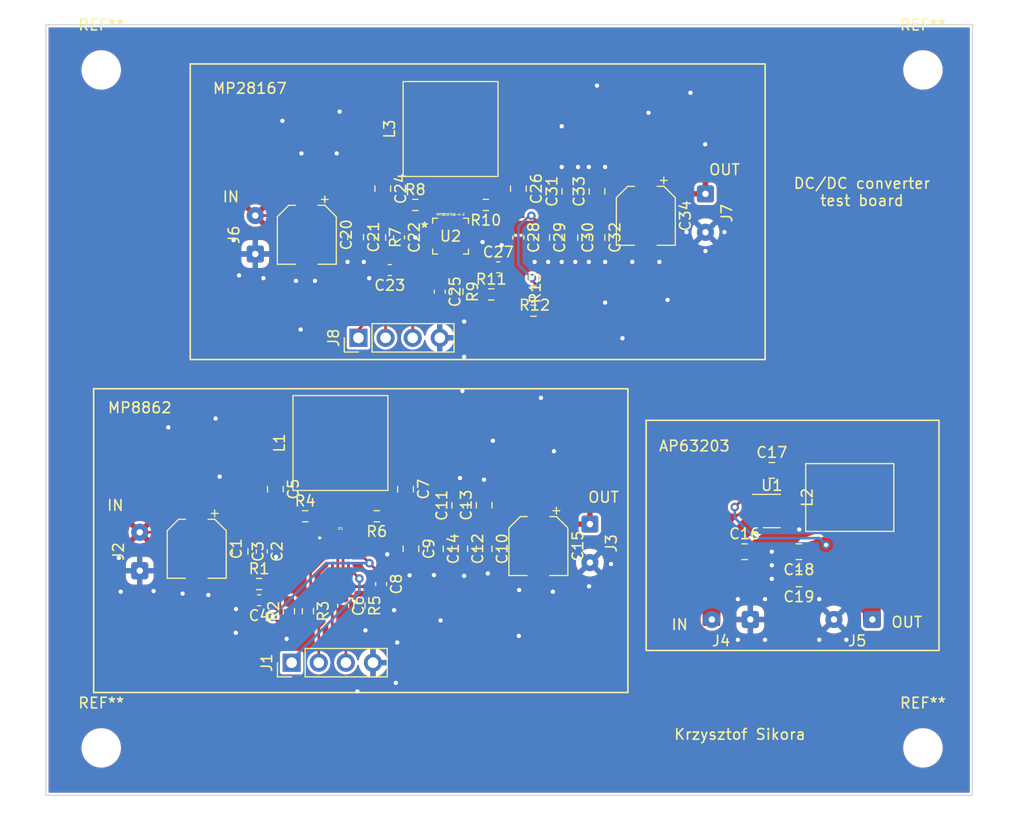
<source format=kicad_pcb>
(kicad_pcb (version 20211014) (generator pcbnew)
  (layers (0 "F.Cu" signal) (31 "B.Cu" signal) (34 "B.Paste" user) (35 "F.Paste" user) (36 "B.SilkS" user "B.Silkscreen") (37 "F.SilkS" user "F.Silkscreen") (38 "B.Mask" user) (39 "F.Mask" user) (44 "Edge.Cuts" user))
  (net 0 "")
  (net 1 "Net-(C1-Pad1)")
  (net 2 "GND")
  (net 3 "Net-(C4-Pad1)")
  (net 4 "Net-(IC1-Pad4)")
  (net 5 "/SCL_8862")
  (net 6 "/SDA_8862")
  (net 7 "Net-(C6-Pad1)")
  (net 8 "/ALT_8862")
  (net 9 "/Vcc_8862")
  (net 10 "Net-(C10-Pad1)")
  (net 11 "Net-(IC1-Pad13)")
  (net 12 "Net-(C7-Pad1)")
  (net 13 "Net-(C5-Pad1)")
  (net 14 "Net-(IC1-Pad16)")
  (net 15 "Net-(C18-Pad1)")
  (net 16 "Net-(C16-Pad1)")
  (net 17 "Net-(C17-Pad2)")
  (net 18 "Net-(C17-Pad1)")
  (net 19 "Net-(C20-Pad1)")
  (net 20 "Net-(C23-Pad1)")
  (net 21 "/ALT_28167")
  (net 22 "/SCL_28167")
  (net 23 "/SDA_28167")
  (net 24 "Net-(C25-Pad1)")
  (net 25 "Net-(R11-Pad1)")
  (net 26 "Net-(C27-Pad1)")
  (net 27 "Net-(C28-Pad1)")
  (net 28 "Net-(R10-Pad2)")
  (net 29 "Net-(C26-Pad1)")
  (net 30 "Net-(C24-Pad1)")
  (net 31 "Net-(R8-Pad2)")
  (net 32 "Net-(C5-Pad2)")
  (net 33 "Net-(C7-Pad2)")
  (net 34 "Net-(C24-Pad2)")
  (net 35 "Net-(C26-Pad2)")
  (net 36 "Net-(R11-Pad2)")
  (footprint "Capacitor_SMD:C_0805_2012Metric_Pad1.18x1.45mm_HandSolder" (layer "F.Cu") (at 117.925 125.135 180)
    (fp_text reference "C18")
    (fp_text value "22u")
  )
  (footprint "Capacitor_SMD:C_0805_2012Metric_Pad1.18x1.45mm_HandSolder" (layer "F.Cu") (at 96.472 91.386 90)
    (fp_text reference "C31")
    (fp_text value "22u")
  )
  (footprint "Capacitor_SMD:CP_Elec_5x5.3" (layer "F.Cu") (at 103.584 93.672 -90)
    (fp_text reference "C34")
    (fp_text value "100u")
  )
  (footprint "Resistor_SMD:R_0603_1608Metric_Pad0.98x0.95mm_HandSolder" (layer "F.Cu") (at 76.76 130.194 -90)
    (fp_text reference "R5")
    (fp_text value "21.5k")
  )
  (footprint "Connector_Wire:SolderWire-0.1sqmm_1x02_P3.6mm_D0.4mm_OD1mm" (layer "F.Cu") (at 124.805 131.485 180)
    (fp_text reference "J5")
    (fp_text value "Conn_01x02_Female")
  )
  (footprint "Capacitor_SMD:C_0805_2012Metric_Pad1.18x1.45mm_HandSolder" (layer "F.Cu") (at 88.444 120.7745 90)
    (fp_text reference "C13")
    (fp_text value "22u")
  )
  (footprint "Capacitor_SMD:C_0805_2012Metric_Pad1.18x1.45mm_HandSolder" (layer "F.Cu") (at 93.832 95.704 -90)
    (fp_text reference "C29")
    (fp_text value "22u")
  )
  (footprint "Connector_Wire:SolderWire-0.1sqmm_1x02_P3.6mm_D0.4mm_OD1mm" (layer "F.Cu") (at 98.35 122.552 -90)
    (fp_text reference "J3")
    (fp_text value "Conn_01x02_Female")
  )
  (footprint "Resistor_SMD:R_0603_1608Metric_Pad0.98x0.95mm_HandSolder" (layer "F.Cu") (at 93.0665 102.562)
    (fp_text reference "R13")
    (fp_text value "53.6k")
  )
  (footprint "Capacitor_SMD:C_0805_2012Metric_Pad1.18x1.45mm_HandSolder" (layer "F.Cu") (at 115.385 117.515)
    (fp_text reference "C17")
    (fp_text value "100n")
  )
  (footprint "Capacitor_SMD:C_0603_1608Metric_Pad1.08x0.95mm_HandSolder" (layer "F.Cu") (at 67.362 129.686 180)
    (fp_text reference "C4")
    (fp_text value "22n")
  )
  (footprint "MountingHole:MountingHole_3.2mm_M3" (layer "F.Cu") (at 129.54 143.51)
    (fp_text reference "REF**")
    (fp_text value "MountingHole_3.2mm_M3")
  )
  (footprint "Connector_PinHeader_2.54mm:PinHeader_1x04_P2.54mm_Vertical" (layer "F.Cu") (at 70.41 135.528 90)
    (fp_text reference "J1")
    (fp_text value "Conn_01x04_Male")
  )
  (footprint "Connector_Wire:SolderWire-0.1sqmm_1x02_P3.6mm_D0.4mm_OD1mm" (layer "F.Cu") (at 67.008 97.25 90)
    (fp_text reference "J6")
    (fp_text value "Conn_01x02_Female")
  )
  (footprint "Resistor_SMD:R_0603_1608Metric_Pad0.98x0.95mm_HandSolder" (layer "F.Cu") (at 78.3875 121.812 180)
    (fp_text reference "R6")
    (fp_text value "0")
  )
  (footprint "Capacitor_SMD:C_0805_2012Metric_Pad1.18x1.45mm_HandSolder" (layer "F.Cu") (at 78.946 91.132 -90)
    (fp_text reference "C24")
    (fp_text value "100n")
  )
  (footprint "Connector_Wire:SolderWire-0.1sqmm_1x02_P3.6mm_D0.4mm_OD1mm" (layer "F.Cu") (at 109.172 91.618 -90)
    (fp_text reference "J7")
    (fp_text value "Conn_01x02_Female")
  )
  (footprint "Capacitor_SMD:C_0603_1608Metric_Pad1.08x0.95mm_HandSolder" (layer "F.Cu") (at 75.236 130.194 -90)
    (fp_text reference "C6")
    (fp_text value "22n")
  )
  (footprint "Capacitor_SMD:C_0603_1608Metric_Pad1.08x0.95mm_HandSolder" (layer "F.Cu") (at 67.616 125.114 -90)
    (fp_text reference "C2")
    (fp_text value "22u")
  )
  (footprint "Capacitor_SMD:C_0603_1608Metric_Pad1.08x0.95mm_HandSolder" (layer "F.Cu") (at 89.7675 98.498)
    (fp_text reference "C27")
    (fp_text value "1u")
  )
  (footprint "Capacitor_SMD:C_0805_2012Metric_Pad1.18x1.45mm_HandSolder" (layer "F.Cu") (at 68.886 119.272 -90)
    (fp_text reference "C5")
    (fp_text value "100n")
  )
  (footprint "Resistor_SMD:R_0603_1608Metric_Pad0.98x0.95mm_HandSolder" (layer "F.Cu") (at 81.994 92.656)
    (fp_text reference "R8")
    (fp_text value "0")
  )
  (footprint "footprints:EXL1V0705 inductor" (layer "F.Cu") (at 71.172 114.954 90)
    (fp_text reference "L1")
    (fp_text value "4.7u")
  )
  (footprint "Capacitor_SMD:C_0805_2012Metric_Pad1.18x1.45mm_HandSolder" (layer "F.Cu") (at 112.845 125.135)
    (fp_text reference "C16")
    (fp_text value "10u")
  )
  (footprint "MountingHole:MountingHole_3.2mm_M3" (layer "F.Cu") (at 129.54 80.01)
    (fp_text reference "REF**")
    (fp_text value "MountingHole_3.2mm_M3")
  )
  (footprint "Resistor_SMD:R_0603_1608Metric_Pad0.98x0.95mm_HandSolder" (layer "F.Cu") (at 67.362 128.162)
    (fp_text reference "R1")
    (fp_text value "499k")
  )
  (footprint "Capacitor_SMD:C_0603_1608Metric_Pad1.08x0.95mm_HandSolder" (layer "F.Cu") (at 91.646 95.704 -90)
    (fp_text reference "C28")
    (fp_text value "100n")
  )
  (footprint "Capacitor_SMD:CP_Elec_5x5.3" (layer "F.Cu") (at 61.52 124.86 -90)
    (fp_text reference "C1")
    (fp_text value "100u")
  )
  (footprint "Connector_PinHeader_2.54mm:PinHeader_1x04_P2.54mm_Vertical" (layer "F.Cu") (at 76.67 105.102 90)
    (fp_text reference "J8")
    (fp_text value "Conn_01x04_Male")
  )
  (footprint "Capacitor_SMD:C_0805_2012Metric_Pad1.18x1.45mm_HandSolder" (layer "F.Cu") (at 65.584 125.114 -90)
    (fp_text reference "C3")
    (fp_text value "100n")
  )
  (footprint "MountingHole:MountingHole_3.2mm_M3" (layer "F.Cu") (at 52.578 143.51)
    (fp_text reference "REF**")
    (fp_text value "MountingHole_3.2mm_M3")
  )
  (footprint "Capacitor_SMD:C_0603_1608Metric_Pad1.08x0.95mm_HandSolder" (layer "F.Cu") (at 80.47 95.704 -90)
    (fp_text reference "C22")
    (fp_text value "100n")
  )
  (footprint "Capacitor_SMD:C_0805_2012Metric_Pad1.18x1.45mm_HandSolder" (layer "F.Cu") (at 76.406 95.6595 -90)
    (fp_text reference "C21")
    (fp_text value "22u")
  )
  (footprint "footprints:MP28167GQ-A-Z" (layer "F.Cu") (at 85.296 95.577)
    (fp_text reference "U2")
    (fp_text value "MP28167GQ-A-Z")
  )
  (footprint "Capacitor_SMD:C_0805_2012Metric_Pad1.18x1.45mm_HandSolder" (layer "F.Cu") (at 99.012 95.704 -90)
    (fp_text reference "C32")
    (fp_text value "22u")
  )
  (footprint "Connector_Wire:SolderWire-0.1sqmm_1x02_P3.6mm_D0.4mm_OD1mm" (layer "F.Cu") (at 56.186 126.914 90)
    (fp_text reference "J2")
    (fp_text value "Conn_01x02_Female")
  )
  (footprint "Capacitor_SMD:C_0805_2012Metric_Pad1.18x1.45mm_HandSolder" (layer "F.Cu") (at 81.586 124.86 -90)
    (fp_text reference "C9")
    (fp_text value "100n")
  )
  (footprint "Capacitor_SMD:C_0805_2012Metric_Pad1.18x1.45mm_HandSolder" (layer "F.Cu") (at 81.078 119.272 -90)
    (fp_text reference "C7")
    (fp_text value "100n")
  )
  (footprint "Capacitor_SMD:C_0805_2012Metric_Pad1.18x1.45mm_HandSolder" (layer "F.Cu") (at 86.158 124.86 -90)
    (fp_text reference "C12")
    (fp_text value "22u")
  )
  (footprint "MountingHole:MountingHole_3.2mm_M3" (layer "F.Cu") (at 52.578 80.01)
    (fp_text reference "REF**")
    (fp_text value "MountingHole_3.2mm_M3")
  )
  (footprint "Capacitor_SMD:CP_Elec_5x5.3" (layer "F.Cu") (at 71.834 95.45 -90)
    (fp_text reference "C20")
    (fp_text value "100u")
  )
  (footprint "Capacitor_SMD:C_0603_1608Metric_Pad1.08x0.95mm_HandSolder" (layer "F.Cu") (at 84.28 100.784 -90)
    (fp_text reference "C25")
    (fp_text value "22n")
  )
  (footprint "Resistor_SMD:R_0603_1608Metric_Pad0.98x0.95mm_HandSolder" (layer "F.Cu") (at 71.934 130.702 -90)
    (fp_text reference "R3")
    (fp_text value "301k")
  )
  (footprint "Capacitor_SMD:C_0805_2012Metric_Pad1.18x1.45mm_HandSolder" (layer "F.Cu") (at 88.444 124.86 -90)
    (fp_text reference "C10")
    (fp_text value "22u")
  )
  (footprint "Resistor_SMD:R_0603_1608Metric_Pad0.98x0.95mm_HandSolder" (layer "F.Cu") (at 93.0665 100.784 180)
    (fp_text reference "R12")
    (fp_text value "430k")
  )
  (footprint "Capacitor_SMD:C_0603_1608Metric_Pad1.08x0.95mm_HandSolder" (layer "F.Cu") (at 78.792 128.162 -90)
    (fp_text reference "C8")
    (fp_text value "1u")
  )
  (footprint "Capacitor_SMD:C_0805_2012Metric_Pad1.18x1.45mm_HandSolder" (layer "F.Cu") (at 99.012 91.386 90)
    (fp_text reference "C33")
    (fp_text value "22u")
  )
  (footprint "Resistor_SMD:R_0603_1608Metric_Pad0.98x0.95mm_HandSolder" (layer "F.Cu") (at 78.692 95.704 -90)
    (fp_text reference "R7")
    (fp_text value "499k")
  )
  (footprint "Capacitor_SMD:CP_Elec_5x5.3" (layer "F.Cu") (at 93.524 124.606 -90)
    (fp_text reference "C15")
    (fp_text value "100u")
  )
  (footprint "MP8862GQ:MP8862GQ" (layer "F.Cu") (at 74.982 124.987)
    (fp_text reference "IC1")
    (fp_text value "MP8862GQ-0000-Z" hide)
  )
  (footprint "Resistor_SMD:R_0603_1608Metric_Pad0.98x0.95mm_HandSolder" (layer "F.Cu") (at 70.156 130.702 90)
    (fp_text reference "R2")
    (fp_text value "499k")
  )
  (footprint "Resistor_SMD:R_0603_1608Metric_Pad0.98x0.95mm_HandSolder" (layer "F.Cu") (at 85.931 100.784 -90)
    (fp_text reference "R9")
    (fp_text value "21.5k")
  )
  (footprint "Capacitor_SMD:C_0805_2012Metric_Pad1.18x1.45mm_HandSolder" (layer "F.Cu") (at 91.646 91.132 -90)
    (fp_text reference "C26")
    (fp_text value "100n")
  )
  (footprint "Connector_Wire:SolderWire-0.1sqmm_1x02_P3.6mm_D0.4mm_OD1mm" (layer "F.Cu") (at 113.375 131.485 180)
    (fp_text reference "J4")
    (fp_text value "Conn_01x02_Female")
  )
  (footprint "Capacitor_SMD:C_0805_2012Metric_Pad1.18x1.45mm_HandSolder" (layer "F.Cu") (at 83.872 124.86 -90)
    (fp_text reference "C14")
    (fp_text value "22u")
  )
  (footprint "Capacitor_SMD:C_0805_2012Metric_Pad1.18x1.45mm_HandSolder" (layer "F.Cu") (at 86.158 120.796 90)
    (fp_text reference "C11")
    (fp_text value "22u")
  )
  (footprint "footprints:EXL1V0705 inductor" (layer "F.Cu") (at 81.486 85.544 90)
    (fp_text reference "L3")
    (fp_text value "4.7u")
  )
  (footprint "Capacitor_SMD:C_0805_2012Metric_Pad1.18x1.45mm_HandSolder" (layer "F.Cu") (at 96.472 95.704 -90)
    (fp_text reference "C30")
    (fp_text value "22u")
  )
  (footprint "Capacitor_SMD:C_0805_2012Metric_Pad1.18x1.45mm_HandSolder" (layer "F.Cu") (at 117.925 127.675 180)
    (fp_text reference "C19")
    (fp_text value "22u")
  )
  (footprint "Package_TO_SOT_SMD:TSOT-23-6" (layer "F.Cu") (at 115.385 121.325)
    (fp_text reference "U1")
    (fp_text value "AP63203WU")
  )
  (footprint "Capacitor_SMD:C_0603_1608Metric_Pad1.08x0.95mm_HandSolder" (layer "F.Cu") (at 79.6075 98.752 180)
    (fp_text reference "C23")
    (fp_text value "22n")
  )
  (footprint "Resistor_SMD:R_0603_1608Metric_Pad0.98x0.95mm_HandSolder" (layer "F.Cu") (at 89.106 101.038)
    (fp_text reference "R11")
    (fp_text value "787k")
  )
  (footprint "Resistor_SMD:R_0603_1608Metric_Pad0.98x0.95mm_HandSolder" (layer "F.Cu") (at 88.598 92.656 180)
    (fp_text reference "R10")
    (fp_text value "0")
  )
  (footprint "Resistor_SMD:R_0603_1608Metric_Pad0.98x0.95mm_HandSolder" (layer "F.Cu") (at 71.68 121.812)
    (fp_text reference "R4")
    (fp_text value "0")
  )
  (footprint "footprints:SDES064T-4R7MS inductor" (layer "F.Cu") (at 119.195 120.055 90)
    (fp_text reference "L2")
    (fp_text value "4.7u")
  )
  (gr_rect (start 51.868 109.874) (end 101.906 138.322) (layer "F.SilkS") (width 0.15) (fill none))
  (gr_rect (start 103.615 112.825) (end 131.045 134.385) (layer "F.SilkS") (width 0.15) (fill none))
  (gr_rect (start 60.912 79.448) (end 114.76 107.134) (layer "F.SilkS") (width 0.15) (fill none))
  (gr_rect (start 47.39 75.775) (end 134.175 147.955) (layer "Edge.Cuts") (width 0.1) (fill none))
  (gr_text "MP8862" (at 56.186 111.652) (layer "F.SilkS") (effects (font (size 1 1))))
  (gr_text "DC/DC converter\ntest board" (at 123.825 91.44) (layer "F.SilkS") (effects (font (size 1 1))))
  (gr_text "MP28167" (at 66.5 81.734) (layer "F.SilkS") (effects (font (size 1 1))))
  (gr_text "OUT\n" (at 128.025 131.735) (layer "F.SilkS") (effects (font (size 1 1))))
  (gr_text "IN\n" (at 106.755 131.965) (layer "F.SilkS") (effects (font (size 1 1))))
  (gr_text "OUT" (at 110.95 89.354) (layer "F.SilkS") (effects (font (size 1 1))))
  (gr_text "IN\n" (at 53.9 120.796) (layer "F.SilkS") (effects (font (size 1 1))))
  (gr_text "OUT" (at 99.62 120.034) (layer "F.SilkS") (effects (font (size 1 1))))
  (gr_text "Krzysztof Sikora\n" (at 112.395 142.24) (layer "F.SilkS") (effects (font (size 1 1))))
  (gr_text "IN\n" (at 64.722 91.894) (layer "F.SilkS") (effects (font (size 1 1))))
  (gr_text "AP63203" (at 108.135 115.235) (layer "F.SilkS") (effects (font (size 1 1))))
  (segment (start 61.52 122.66) (end 62.919 122.66) (width 0.25) (layer "F.Cu") (net 1))
  (segment (start 62.919 122.66) (end 64.3355 124.0765) (width 0.25) (layer "F.Cu") (net 1))
  (segment (start 63.552 124.86) (end 64.3355 124.0765) (width 0.25) (layer "F.Cu") (net 1))
  (segment (start 73.582 124.237) (end 67.6305 124.237) (width 0.25) (layer "F.Cu") (net 1))
  (segment (start 60.866 123.314) (end 56.186 123.314) (width 0.25) (layer "F.Cu") (net 1))
  (segment (start 66.4495 128.162) (end 64.822 128.162) (width 0.25) (layer "F.Cu") (net 1))
  (segment (start 63.552 126.892) (end 63.552 124.86) (width 0.25) (layer "F.Cu") (net 1))
  (segment (start 67.6305 124.237) (end 67.616 124.2515) (width 0.25) (layer "F.Cu") (net 1))
  (segment (start 65.584 124.0765) (end 67.441 124.0765) (width 0.25) (layer "F.Cu") (net 1))
  (segment (start 61.52 122.66) (end 60.866 123.314) (width 0.25) (layer "F.Cu") (net 1))
  (segment (start 64.3355 124.0765) (end 65.584 124.0765) (width 0.25) (layer "F.Cu") (net 1))
  (segment (start 64.822 128.162) (end 63.552 126.892) (width 0.25) (layer "F.Cu") (net 1))
  (segment (start 67.441 124.0765) (end 67.616 124.2515) (width 0.25) (layer "F.Cu") (net 1))
  (via (at 100.32 126.29) (size 0.8) (drill 0.4) (layers "F.Cu" "B.Cu") (net 2))
  (via (at 64.976 95.958) (size 0.8) (drill 0.4) (layers "F.Cu" "B.Cu") (net 2))
  (via (at 65.484 99.26) (size 0.8) (drill 0.4) (layers "F.Cu" "B.Cu") (net 2))
  (via (at 109.172 96.974) (size 0.8) (drill 0.4) (layers "F.Cu" "B.Cu") (net 2))
  (via (at 103.838 84.02) (size 0.8) (drill 0.4) (layers "F.Cu" "B.Cu") (net 2))
  (via (at 57.48 128.82) (size 0.8) (drill 0.4) (layers "F.Cu" "B.Cu") (net 2))
  (via (at 96.98 97.99) (size 0.8) (drill 0.4) (layers "F.Cu" "B.Cu") (net 2))
  (via (at 60.2 129.06) (size 0.8) (drill 0.4) (layers "F.Cu" "B.Cu") (net 2))
  (via (at 97.234 89.1) (size 0.8) (drill 0.4) (layers "F.Cu" "B.Cu") (net 2))
  (via (at 95.71 89.1) (size 0.8) (drill 0.4) (layers "F.Cu" "B.Cu") (net 2))
  (via (at 94.98 115.72) (size 0.8) (drill 0.4) (layers "F.Cu" "B.Cu") (net 2))
  (via (at 81.46 127.35) (size 0.8) (drill 0.4) (layers "F.Cu" "B.Cu") (net 2))
  (via (at 58.86 113.49) (size 0.8) (drill 0.4) (layers "F.Cu" "B.Cu") (net 2))
  (via (at 72.596 99.768) (size 0.8) (drill 0.4) (layers "F.Cu" "B.Cu") (net 2))
  (via (at 99.012 81.48) (size 0.8) (drill 0.4) (layers "F.Cu" "B.Cu") (net 2))
  (via (at 110.95 95.196) (size 0.8) (drill 0.4) (layers "F.Cu" "B.Cu") (net 2))
  (via (at 71.256 104.322) (size 0.8) (drill 0.4) (layers "F.Cu" "B.Cu") (net 2))
  (via (at 54.4 128.88) (size 0.8) (drill 0.4) (layers "F.Cu" "B.Cu") (net 2))
  (via (at 68.96 125.61) (size 0.8) (drill 0.4) (layers "F.Cu" "B.Cu") (net 2))
  (via (at 101.396 105.142) (size 0.8) (drill 0.4) (layers "F.Cu" "B.Cu") (net 2))
  (via (at 104.854 97.99) (size 0.8) (drill 0.4) (layers "F.Cu" "B.Cu") (net 2))
  (via (at 98.25 97.99) (size 0.8) (drill 0.4) (layers "F.Cu" "B.Cu") (net 2))
  (via (at 91.72 128.72) (size 0.8) (drill 0.4) (layers "F.Cu" "B.Cu") (net 2))
  (via (at 95.71 85.29) (size 0.8) (drill 0.4) (layers "F.Cu" "B.Cu") (net 2))
  (via (at 105.616 101.546) (size 0.8) (drill 0.4) (layers "F.Cu" "B.Cu") (net 2))
  (via (at 83.74 127.32) (size 0.8) (drill 0.4) (layers "F.Cu" "B.Cu") (net 2))
  (via (at 70.818 99.768) (size 0.8) (drill 0.4) (layers "F.Cu" "B.Cu") (net 2))
  (via (at 76.57 138.22) (size 0.8) (drill 0.4) (layers "F.Cu" "B.Cu") (net 2))
  (via (at 99.774 101.8) (size 0.8) (drill 0.4) (layers "F.Cu" "B.Cu") (net 2))
  (via (at 119.83 129.58) (size 0.8) (drill 0.4) (layers "F.Cu" "B.Cu") (net 2))
  (via (at 77.32 132.5) (size 0.8) (drill 0.4) (layers "F.Cu" "B.Cu") (net 2))
  (via (at 115.385 127.675) (size 0.8) (drill 0.4) (layers "F.Cu" "B.Cu") (net 2))
  (via (at 107.766 82.152) (size 0.8) (drill 0.4) (layers "F.Cu" "B.Cu") (net 2))
  (via (at 107.394 95.196) (size 0.8) (drill 0.4) (layers "F.Cu" "B.Cu") (net 2))
  (via (at 93.76 110.72) (size 0.8) (drill 0.4) (layers "F.Cu" "B.Cu") (net 2))
  (via (at 63.29 112.66) (size 0.8) (drill 0.4) (layers "F.Cu" "B.Cu") (net 2))
  (via (at 77.168 97.99) (size 0.8) (drill 0.4) (layers "F.Cu" "B.Cu") (net 2))
  (via (at 114.75 129.58) (size 0.8) (drill 0.4) (layers "F.Cu" "B.Cu") (net 2))
  (via (at 69.548 84.782) (size 0.8) (drill 0.4) (layers "F.Cu" "B.Cu") (net 2))
  (via (at 86.566 106.88) (size 0.8) (drill 0.4) (layers "F.Cu" "B.Cu") (net 2))
  (via (at 86.566 103.578) (size 0.8) (drill 0.4) (layers "F.Cu" "B.Cu") (net 2))
  (via (at 75.644 97.99) (size 0.8) (drill 0.4) (layers "F.Cu" "B.Cu") (net 2))
  (via (at 69.94 133.3) (size 0.8) (drill 0.4) (layers "F.Cu" "B.Cu") (net 2))
  (via (at 109.146 86.972) (size 0.8) (drill 0.4) (layers "F.Cu" "B.Cu") (net 2))
  (via (at 79.37 125.38) (size 0.8) (drill 0.4) (layers "F.Cu" "B.Cu") (net 2))
  (via (at 67.77 99.514) (size 0.8) (drill 0.4) (layers "F.Cu" "B.Cu") (net 2))
  (via (at 65.18 132.73) (size 0.8) (drill 0.4) (layers "F.Cu" "B.Cu") (net 2))
  (via (at 99.774 97.99) (size 0.8) (drill 0.4) (layers "F.Cu" "B.Cu") (net 2))
  (via (at 63.67 118.1) (size 0.8) (drill 0.4) (layers "F.Cu" "B.Cu") (net 2))
  (via (at 74.9074 83.9184) (size 0.8) (drill 0.4) (layers "F.Cu" "B.Cu") (net 2))
  (via (at 80.01 130.61) (size 0.8) (drill 0.4) (layers "F.Cu" "B.Cu") (net 2))
  (via (at 71.326 87.83) (size 0.8) (drill 0.4) (layers "F.Cu" "B.Cu") (net 2))
  (via (at 90.086 96.422) (size 0.8) (drill 0.4) (layers "F.Cu" "B.Cu") (net 2))
  (via (at 93.17 97.99) (size 0.8) (drill 0.4) (layers "F.Cu" "B.Cu") (net 2))
  (via (at 95.71 97.99) (size 0.8) (drill 0.4) (layers "F.Cu" "B.Cu") (net 2))
  (via (at 86.57 127.4) (size 0.8) (drill 0.4) (layers "F.Cu" "B.Cu") (net 2))
  (via (at 112.21 133.39) (size 0.8) (drill 0.4) (layers "F.Cu" "B.Cu") (net 2))
  (via (at 112.21 129.58) (size 0.8) (drill 0.4) (layers "F.Cu" "B.Cu") (net 2))
  (via (at 88.296 96.132) (size 0.8) (drill 0.4) (layers "F.Cu" "B.Cu") (net 2))
  (via (at 114.75 133.39) (size 0.8) (drill 0.4) (layers "F.Cu" "B.Cu") (net 2))
  (via (at 91.69 133.02) (size 0.8) (drill 0.4) (layers "F.Cu" "B.Cu") (net 2))
  (via (at 86.41 110.08) (size 0.8) (drill 0.4) (layers "F.Cu" "B.Cu") (net 2))
  (via (at 122.37 133.39) (size 0.8) (drill 0.4) (layers "F.Cu" "B.Cu") (net 2))
  (via (at 84.36 131.57) (size 0.8) (drill 0.4) (layers "F.Cu" "B.Cu") (net 2))
  (via (at 94.88 128.88) (size 0.8) (drill 0.4) (layers "F.Cu" "B.Cu") (net 2))
  (via (at 77.676 99.514) (size 0.8) (drill 0.4) (layers "F.Cu" "B.Cu") (net 2))
  (via (at 99.774 89.1) (size 0.8) (drill 0.4) (layers "F.Cu" "B.Cu") (net 2))
  (via (at 117.955 123.055) (size 0.8) (drill 0.4) (layers "F.Cu" "B.Cu") (net 2))
  (via (at 115.385 126.405) (size 0.8) (drill 0.4) (layers "F.Cu" "B.Cu") (net 2))
  (via (at 74.628 87.83) (size 0.8) (drill 0.4) (layers "F.Cu" "B.Cu") (net 2))
  (via (at 98.27 128.38) (size 0.8) (drill 0.4) (layers "F.Cu" "B.Cu") (net 2))
  (via (at 102.314 97.99) (size 0.8) (drill 0.4) (layers "F.Cu" "B.Cu") (net 2))
  (via (at 88.79 127.17) (size 0.8) (drill 0.4) (layers "F.Cu" "B.Cu") (net 2))
  (via (at 80.17 137.42) (size 0.8) (drill 0.4) (layers "F.Cu" "B.Cu") (net 2))
  (via (at 115.385 125.135) (size 0.8) (drill 0.4) (layers "F.Cu" "B.Cu") (net 2))
  (via (at 81.994 95.704) (size 0.8) (drill 0.4) (layers "F.Cu" "B.Cu") (net 2))
  (via (at 54.22 125.72) (size 0.8) (drill 0.4) (layers "F.Cu" "B.Cu") (net 2))
  (via (at 89.26 114.74) (size 0.8) (drill 0.4) (layers "F.Cu" "B.Cu") (net 2))
  (via (at 94.44 97.99) (size 0.8) (drill 0.4) (layers "F.Cu" "B.Cu") (net 2))
  (via (at 88.43 118.39) (size 0.8) (drill 0.4) (layers "F.Cu" "B.Cu") (net 2))
  (via (at 86.18 118.23) (size 0.8) (drill 0.4) (layers "F.Cu" "B.Cu") (net 2))
  (via (at 80.3 133.64) (size 0.8) (drill 0.4) (layers "F.Cu" "B.Cu") (net 2))
  (via (at 98.25 89.1) (size 0.8) (drill 0.4) (layers "F.Cu" "B.Cu") (net 2))
  (via (at 62.61 129.19) (size 0.8) (drill 0.4) (layers "F.Cu" "B.Cu") (net 2))
  (via (at 65.2 130.51) (size 0.8) (drill 0.4) (layers "F.Cu" "B.Cu") (net 2))
  (via (at 119.83 133.39) (size 0.8) (drill 0.4) (layers "F.Cu" "B.Cu") (net 2))
  (segment (start 68.2745 129.636) (end 68.2245 129.686) (width 0.25) (layer "F.Cu") (net 3))
  (segment (start 68.2745 128.162) (end 71.1995 125.237) (width 0.25) (layer "F.Cu") (net 3))
  (segment (start 68.2745 128.162) (end 68.2745 129.636) (width 0.25) (layer "F.Cu") (net 3))
  (segment (start 71.1995 125.237) (end 73.532 125.237) (width 0.25) (layer "F.Cu") (net 3))
  (segment (start 72.188 129.5355) (end 71.934 129.7895) (width 0.25) (layer "F.Cu") (net 4))
  (segment (start 71.934 129.7895) (end 70.156 129.7895) (width 0.25) (layer "F.Cu") (net 4))
  (segment (start 73.532 125.737) (end 72.188 127.081) (width 0.25) (layer "F.Cu") (net 4))
  (segment (start 72.188 127.081) (end 72.188 129.5355) (width 0.25) (layer "F.Cu") (net 4))
  (segment (start 74.232 126.437) (end 74.232 126.626) (width 0.25) (layer "F.Cu") (net 5))
  (segment (start 74.232 126.626) (end 73.458 127.4) (width 0.25) (layer "F.Cu") (net 5))
  (segment (start 72.95 132.226) (end 72.95 135.528) (width 0.25) (layer "F.Cu") (net 5))
  (segment (start 73.458 131.718) (end 72.95 132.226) (width 0.25) (layer "F.Cu") (net 5))
  (segment (start 73.458 127.4) (end 73.458 131.718) (width 0.25) (layer "F.Cu") (net 5))
  (segment (start 74.732 127.396) (end 74.22 127.908) (width 0.25) (layer "F.Cu") (net 6))
  (segment (start 74.22 132.988) (end 75.49 134.258) (width 0.25) (layer "F.Cu") (net 6))
  (segment (start 74.22 127.908) (end 74.22 132.988) (width 0.25) (layer "F.Cu") (net 6))
  (segment (start 74.732 126.187) (end 74.732 127.396) (width 0.25) (layer "F.Cu") (net 6))
  (segment (start 75.49 134.258) (end 75.49 135.528) (width 0.25) (layer "F.Cu") (net 6))
  (segment (start 75.232 129.3275) (end 75.236 129.3315) (width 0.25) (layer "F.Cu") (net 7))
  (segment (start 75.286 129.2815) (end 75.236 129.3315) (width 0.25) (layer "F.Cu") (net 7))
  (segment (start 76.76 129.2815) (end 75.286 129.2815) (width 0.25) (layer "F.Cu") (net 7))
  (segment (start 75.232 126.187) (end 75.232 129.3275) (width 0.25) (layer "F.Cu") (net 7))
  (segment (start 76.76 127.654) (end 75.732 126.626) (width 0.25) (layer "F.Cu") (net 8))
  (segment (start 75.732 126.626) (end 75.732 126.437) (width 0.25) (layer "F.Cu") (net 8))
  (via (at 76.76 127.654) (size 0.8) (drill 0.4) (layers "F.Cu" "B.Cu") (net 8))
  (segment (start 76.76 127.654) (end 76.76 128.924) (width 0.25) (layer "B.Cu") (net 8))
  (segment (start 70.41 135.274) (end 70.41 135.528) (width 0.25) (layer "B.Cu") (net 8))
  (segment (start 76.76 128.924) (end 70.41 135.274) (width 0.25) (layer "B.Cu") (net 8))
  (segment (start 77.2295 125.737) (end 77.69925 126.20675) (width 0.25) (layer "F.Cu") (net 9))
  (segment (start 76.432 125.737) (end 77.2295 125.737) (width 0.25) (layer "F.Cu") (net 9))
  (segment (start 69.0365 131.6145) (end 70.156 131.6145) (width 0.25) (layer "F.Cu") (net 9))
  (segment (start 68.632 131.21) (end 69.0365 131.6145) (width 0.25) (layer "F.Cu") (net 9))
  (segment (start 77.69925 126.20675) (end 78.792 127.2995) (width 0.25) (layer "F.Cu") (net 9))
  (via (at 77.69925 126.20675) (size 0.8) (drill 0.4) (layers "F.Cu" "B.Cu") (net 9))
  (via (at 68.632 131.21) (size 0.8) (drill 0.4) (layers "F.Cu" "B.Cu") (net 9))
  (segment (start 68.632 131.21) (end 73.63525 126.20675) (width 0.25) (layer "B.Cu") (net 9))
  (segment (start 73.63525 126.20675) (end 77.69925 126.20675) (width 0.25) (layer "B.Cu") (net 9))
  (segment (start 81.1715 124.237) (end 81.586 123.8225) (width 0.25) (layer "F.Cu") (net 10))
  (segment (start 88.444 121.812) (end 88.444 123.8225) (width 0.25) (layer "F.Cu") (net 10))
  (segment (start 88.4225 121.8335) (end 88.444 121.812) (width 0.25) (layer "F.Cu") (net 10))
  (segment (start 76.432 124.237) (end 81.1715 124.237) (width 0.25) (layer "F.Cu") (net 10))
  (segment (start 88.444 121.812) (end 92.93 121.812) (width 0.25) (layer "F.Cu") (net 10))
  (segment (start 86.158 123.8225) (end 83.0885 123.8225) (width 0.25) (layer "F.Cu") (net 10))
  (segment (start 86.158 121.8335) (end 86.158 123.8225) (width 0.25) (layer "F.Cu") (net 10))
  (segment (start 93.524 122.406) (end 93.67 122.552) (width 0.25) (layer "F.Cu") (net 10))
  (segment (start 93.67 122.552) (end 98.35 122.552) (width 0.25) (layer "F.Cu") (net 10))
  (segment (start 81.586 123.8225) (end 83.0885 123.8225) (width 0.25) (layer "F.Cu") (net 10))
  (segment (start 92.93 121.812) (end 93.524 122.406) (width 0.25) (layer "F.Cu") (net 10))
  (segment (start 83.0885 123.8225) (end 83.872 123.8225) (width 0.25) (layer "F.Cu") (net 10))
  (segment (start 86.158 123.8225) (end 88.444 123.8225) (width 0.25) (layer "F.Cu") (net 10))
  (segment (start 86.158 121.8335) (end 88.4225 121.8335) (width 0.25) (layer "F.Cu") (net 10))
  (segment (start 75.75 123.537) (end 77.475 121.812) (width 0.25) (layer "F.Cu") (net 11))
  (segment (start 75.732 123.537) (end 75.75 123.537) (width 0.25) (layer "F.Cu") (net 11))
  (segment (start 80.8025 118.2345) (end 77.522 114.954) (width 0.25) (layer "F.Cu") (net 12))
  (segment (start 75.232 117.244) (end 77.522 114.954) (width 0.25) (layer "F.Cu") (net 12))
  (segment (start 81.078 118.2345) (end 80.8025 118.2345) (width 0.25) (layer "F.Cu") (net 12))
  (segment (start 75.232 123.787) (end 75.232 117.244) (width 0.25) (layer "F.Cu") (net 12))
  (segment (start 69.1615 118.2345) (end 72.442 114.954) (width 0.25) (layer "F.Cu") (net 13))
  (segment (start 74.732 117.244) (end 72.442 114.954) (width 0.25) (layer "F.Cu") (net 13))
  (segment (start 68.886 118.2345) (end 69.1615 118.2345) (width 0.25) (layer "F.Cu") (net 13))
  (segment (start 74.732 123.787) (end 74.732 117.244) (width 0.25) (layer "F.Cu") (net 13))
  (segment (start 74.232 123.4515) (end 72.5925 121.812) (width 0.25) (layer "F.Cu") (net 14))
  (segment (start 74.232 123.537) (end 74.232 123.4515) (width 0.25) (layer "F.Cu") (net 14))
  (segment (start 118.9625 125.135) (end 118.9625 127.675) (width 0.25) (layer "F.Cu") (net 15))
  (segment (start 112.495 120.375) (end 114.2475 120.375) (width 0.25) (layer "F.Cu") (net 15))
  (segment (start 120.465 124.5) (end 119.83 125.135) (width 0.25) (layer "F.Cu") (net 15))
  (segment (start 124.91 120.055) (end 120.465 124.5) (width 0.25) (layer "F.Cu") (net 15))
  (segment (start 111.915 120.955) (end 112.495 120.375) (width 0.25) (layer "F.Cu") (net 15))
  (segment (start 119.83 125.135) (end 118.9625 125.135) (width 0.25) (layer "F.Cu") (net 15))
  (segment (start 124.805 131.485) (end 120.995 127.675) (width 0.25) (layer "F.Cu") (net 15))
  (segment (start 120.995 127.675) (end 118.9625 127.675) (width 0.25) (layer "F.Cu") (net 15))
  (via (at 111.915 120.955) (size 0.8) (drill 0.4) (layers "F.Cu" "B.Cu") (net 15))
  (via (at 120.465 124.5) (size 0.8) (drill 0.4) (layers "F.Cu" "B.Cu") (net 15))
  (segment (start 119.83 123.865) (end 120.465 124.5) (width 0.25) (layer "B.Cu") (net 15))
  (segment (start 111.915 120.955) (end 111.915 121.965) (width 0.25) (layer "B.Cu") (net 15))
  (segment (start 111.915 121.965) (end 113.815 123.865) (width 0.25) (layer "B.Cu") (net 15))
  (segment (start 113.815 123.865) (end 119.83 123.865) (width 0.25) (layer "B.Cu") (net 15))
  (segment (start 109.775 127.1675) (end 111.8075 125.135) (width 0.25) (layer "F.Cu") (net 16))
  (segment (start 109.775 131.485) (end 109.775 127.1675) (width 0.25) (layer "F.Cu") (net 16))
  (segment (start 111.8075 125.135) (end 111.8075 124.715) (width 0.25) (layer "F.Cu") (net 16))
  (segment (start 111.8075 124.715) (end 114.2475 122.275) (width 0.25) (layer "F.Cu") (net 16))
  (segment (start 114.2475 121.325) (end 114.2475 122.275) (width 0.25) (layer "F.Cu") (net 16))
  (segment (start 116.5225 121.325) (end 119.195 121.325) (width 0.5) (layer "F.Cu") (net 17))
  (segment (start 119.195 121.325) (end 120.465 120.055) (width 0.5) (layer "F.Cu") (net 17))
  (segment (start 117.925 117.515) (end 120.465 120.055) (width 0.75) (layer "F.Cu") (net 17))
  (segment (start 116.4225 117.515) (end 117.925 117.515) (width 0.75) (layer "F.Cu") (net 17))
  (segment (start 114.3475 117.515) (end 114.3475 117.7475) (width 0.25) (layer "F.Cu") (net 18))
  (segment (start 114.3475 117.7475) (end 114.3475 118.1375) (width 0.75) (layer "F.Cu") (net 18))
  (segment (start 114.3475 118.1375) (end 116.5225 120.3125) (width 0.75) (layer "F.Cu") (net 18))
  (segment (start 116.5225 120.3125) (end 116.5225 120.375) (width 0.75) (layer "F.Cu") (net 18))
  (segment (start 76.5755 94.7915) (end 76.406 94.622) (width 0.25) (layer "F.Cu") (net 19))
  (segment (start 83.846 94.826999) (end 80.484501 94.826999) (width 0.25) (layer "F.Cu") (net 19))
  (segment (start 73.206 94.622) (end 71.834 93.25) (width 0.25) (layer "F.Cu") (net 19))
  (segment (start 78.692 94.7915) (end 76.5755 94.7915) (width 0.25) (layer "F.Cu") (net 19))
  (segment (start 71.434 93.65) (end 67.008 93.65) (width 0.25) (layer "F.Cu") (net 19))
  (segment (start 80.484501 94.826999) (end 80.47 94.8415) (width 0.25) (layer "F.Cu") (net 19))
  (segment (start 76.406 94.622) (end 73.206 94.622) (width 0.25) (layer "F.Cu") (net 19))
  (segment (start 78.742 94.8415) (end 78.692 94.7915) (width 0.25) (layer "F.Cu") (net 19))
  (segment (start 80.47 94.8415) (end 78.742 94.8415) (width 0.25) (layer "F.Cu") (net 19))
  (segment (start 71.834 93.25) (end 71.434 93.65) (width 0.25) (layer "F.Cu") (net 19))
  (segment (start 80.47 98.752) (end 78.692 96.974) (width 0.25) (layer "F.Cu") (net 20))
  (segment (start 83.395 95.827) (end 80.47 98.752) (width 0.25) (layer "F.Cu") (net 20))
  (segment (start 78.692 96.974) (end 78.692 96.6165) (width 0.25) (layer "F.Cu") (net 20))
  (segment (start 83.846 95.827) (end 83.395 95.827) (width 0.25) (layer "F.Cu") (net 20))
  (segment (start 83.846 96.327001) (end 81.994 98.179001) (width 0.25) (layer "F.Cu") (net 21))
  (segment (start 81.994 99.006) (end 76.67 104.33) (width 0.25) (layer "F.Cu") (net 21))
  (segment (start 76.67 104.33) (end 76.67 105.102) (width 0.25) (layer "F.Cu") (net 21))
  (segment (start 81.994 98.179001) (end 81.994 99.006) (width 0.25) (layer "F.Cu") (net 21))
  (segment (start 82.502 98.498) (end 82.502 99.4124) (width 0.25) (layer "F.Cu") (net 22))
  (segment (start 82.502 99.4124) (end 79.21 102.7044) (width 0.25) (layer "F.Cu") (net 22))
  (segment (start 84.545999 97.027) (end 83.973 97.027) (width 0.25) (layer "F.Cu") (net 22))
  (segment (start 79.21 102.7044) (end 79.21 105.102) (width 0.25) (layer "F.Cu") (net 22))
  (segment (start 83.973 97.027) (end 82.502 98.498) (width 0.25) (layer "F.Cu") (net 22))
  (segment (start 84.545999 97.027) (end 84.534 97.038999) (width 0.25) (layer "F.Cu") (net 22))
  (segment (start 84.026 98.244) (end 83.01 99.26) (width 0.25) (layer "F.Cu") (net 23))
  (segment (start 85.046 96.777) (end 85.046 97.732) (width 0.25) (layer "F.Cu") (net 23))
  (segment (start 81.75 101.048) (end 81.75 105.102) (width 0.25) (layer "F.Cu") (net 23))
  (segment (start 83.01 99.768) (end 81.74 101.038) (width 0.25) (layer "F.Cu") (net 23))
  (segment (start 83.01 99.26) (end 83.01 99.768) (width 0.25) (layer "F.Cu") (net 23))
  (segment (start 84.534 98.244) (end 84.026 98.244) (width 0.25) (layer "F.Cu") (net 23))
  (segment (start 85.046 97.732) (end 84.534 98.244) (width 0.25) (layer "F.Cu") (net 23))
  (segment (start 81.74 101.038) (end 81.75 101.048) (width 0.25) (layer "F.Cu") (net 23))
  (segment (start 84.28 99.9215) (end 85.881 99.9215) (width 0.25) (layer "F.Cu") (net 24))
  (segment (start 85.881 99.9215) (end 85.931 99.8715) (width 0.25) (layer "F.Cu") (net 24))
  (segment (start 85.546 96.777) (end 85.546 99.4865) (width 0.25) (layer "F.Cu") (net 24))
  (segment (start 85.546 99.4865) (end 85.931 99.8715) (width 0.25) (layer "F.Cu") (net 24))
  (segment (start 86.046001 97.027) (end 86.046001 97.724001) (width 0.25) (layer "F.Cu") (net 25))
  (segment (start 86.046001 97.724001) (end 88.1935 99.8715) (width 0.25) (layer "F.Cu") (net 25))
  (segment (start 88.1935 99.8715) (end 88.1935 101.038) (width 0.25) (layer "F.Cu") (net 25))
  (segment (start 88.852 98.498) (end 86.746 96.392) (width 0.25) (layer "F.Cu") (net 26))
  (segment (start 86.746 96.392) (end 86.746 96.327001) (width 0.25) (layer "F.Cu") (net 26))
  (segment (start 88.905 98.498) (end 88.852 98.498) (width 0.25) (layer "F.Cu") (net 26))
  (segment (start 103.73 91.618) (end 103.584 91.472) (width 0.25) (layer "F.Cu") (net 27))
  (segment (start 91.646 94.8415) (end 93.657 94.8415) (width 0.25) (layer "F.Cu") (net 27))
  (segment (start 99.012 92.4235) (end 102.6325 92.4235) (width 0.25) (layer "F.Cu") (net 27))
  (segment (start 99.012 92.4235) (end 99.012 94.6665) (width 0.25) (layer "F.Cu") (net 27))
  (segment (start 102.6325 92.4235) (end 103.584 91.472) (width 0.25) (layer "F.Cu") (net 27))
  (segment (start 96.472 92.4235) (end 96.472 94.6665) (width 0.25) (layer "F.Cu") (net 27))
  (segment (start 96.472 94.6665) (end 99.012 94.6665) (width 0.25) (layer "F.Cu") (net 27))
  (segment (start 99.012 92.4235) (end 96.472 92.4235) (width 0.25) (layer "F.Cu") (net 27))
  (segment (start 93.657 94.8415) (end 93.832 94.6665) (width 0.25) (layer "F.Cu") (net 27))
  (segment (start 86.746 94.826999) (end 91.631499 94.826999) (width 0.25) (layer "F.Cu") (net 27))
  (segment (start 96.472 94.6665) (end 93.832 94.6665) (width 0.25) (layer "F.Cu") (net 27))
  (segment (start 92.916 99.514) (end 92.916 99.721) (width 0.25) (layer "F.Cu") (net 27))
  (segment (start 93.832 94.6388) (end 93.832 94.6665) (width 0.25) (layer "F.Cu") (net 27))
  (segment (start 91.631499 94.826999) (end 91.646 94.8415) (width 0.25) (layer "F.Cu") (net 27))
  (segment (start 109.172 91.618) (end 103.73 91.618) (width 0.25) (layer "F.Cu") (net 27))
  (segment (start 92.8652 93.672) (end 93.832 94.6388) (width 0.25) (layer "F.Cu") (net 27))
  (segment (start 92.916 99.721) (end 93.979 100.784) (width 0.25) (layer "F.Cu") (net 27))
  (via (at 92.916 99.514) (size 0.8) (drill 0.4) (layers "F.Cu" "B.Cu") (net 27))
  (via (at 92.8652 93.672) (size 0.8) (drill 0.4) (layers "F.Cu" "B.Cu") (net 27))
  (segment (start 92.8652 93.672) (end 92.662 93.672) (width 0.25) (layer "B.Cu") (net 27))
  (segment (start 91.646 94.688) (end 91.646 98.244) (width 0.25) (layer "B.Cu") (net 27))
  (segment (start 91.646 98.244) (end 92.916 99.514) (width 0.25) (layer "B.Cu") (net 27))
  (segment (start 92.662 93.672) (end 91.646 94.688) (width 0.25) (layer "B.Cu") (net 27))
  (segment (start 86.2145 94.127) (end 87.6855 92.656) (width 0.25) (layer "F.Cu") (net 28))
  (segment (start 86.046001 94.127) (end 86.2145 94.127) (width 0.25) (layer "F.Cu") (net 28))
  (segment (start 85.546 94.377) (end 85.546 87.834) (width 0.25) (layer "F.Cu") (net 29))
  (segment (start 87.836 85.544) (end 87.836 86.2845) (width 0.25) (layer "F.Cu") (net 29))
  (segment (start 87.836 86.2845) (end 91.646 90.0945) (width 0.25) (layer "F.Cu") (net 29))
  (segment (start 85.546 87.834) (end 87.836 85.544) (width 0.25) (layer "F.Cu") (net 29))
  (segment (start 85.046 87.834) (end 82.756 85.544) (width 0.25) (layer "F.Cu") (net 30))
  (segment (start 85.046 94.377) (end 85.046 87.834) (width 0.25) (layer "F.Cu") (net 30))
  (segment (start 78.946 90.0945) (end 82.756 86.2845) (width 0.25) (layer "F.Cu") (net 30))
  (segment (start 82.756 86.2845) (end 82.756 85.544) (width 0.25) (layer "F.Cu") (net 30))
  (segment (start 84.545999 94.127) (end 84.3775 94.127) (width 0.25) (layer "F.Cu") (net 31))
  (segment (start 84.3775 94.127) (end 82.9065 92.656) (width 0.25) (layer "F.Cu") (net 31))
  (segment (start 69.265 120.3095) (end 68.886 120.3095) (width 1) (layer "F.Cu") (net 32))
  (segment (start 70.7675 121.812) (end 69.265 120.3095) (width 1) (layer "F.Cu") (net 32))
  (segment (start 79.5755 121.812) (end 81.078 120.3095) (width 1) (layer "F.Cu") (net 33))
  (segment (start 79.3 121.812) (end 79.5755 121.812) (width 1) (layer "F.Cu") (net 33))
  (segment (start 80.595 92.1695) (end 81.0815 92.656) (width 1) (layer "F.Cu") (net 34))
  (segment (start 78.946 92.1695) (end 80.595 92.1695) (width 1) (layer "F.Cu") (net 34))
  (segment (start 90.4815 92.1695) (end 91.646 92.1695) (width 1) (layer "F.Cu") (net 35))
  (segment (start 89.995 92.656) (end 90.4815 92.1695) (width 1) (layer "F.Cu") (net 35))
  (segment (start 89.5105 92.656) (end 89.995 92.656) (width 1) (layer "F.Cu") (net 35))
  (segment (start 90.0185 101.038) (end 91.9 101.038) (width 0.25) (layer "F.Cu") (net 36))
  (segment (start 92.154 102.562) (end 92.154 100.784) (width 0.25) (layer "F.Cu") (net 36))
  (segment (start 91.9 101.038) (end 92.154 100.784) (width 0.25) (layer "F.Cu") (net 36))
  (zone (net 30) (net_name "Net-(C24-Pad1)") (layer "F.Cu") (priority 1) (connect_pads yes (clearance 0.128)) (min_thickness 0.254) (fill yes (thermal_gap 0.508) (thermal_bridge_width 0.508))
    (polygon (pts (xy 83.8736 81.9118) (xy 85.1436 87.8046) (xy 85.1436 87.7792) (xy 85.169 94.9674) (xy 84.915 94.9674) (xy 84.9404 93.037) (xy 84.4578 92.1988) (xy 83.1624 90.6494) (xy 77.9808 90.5986) (xy 77.9808 81.8864)))
  )
  (zone (net 29) (net_name "Net-(C26-Pad1)") (layer "F.Cu") (priority 1) (connect_pads yes (clearance 0.128)) (min_thickness 0.254) (fill yes (thermal_gap 0.508) (thermal_bridge_width 0.508))
    (polygon (pts (xy 92.6366 81.988) (xy 92.5604 90.6494) (xy 87.8614 90.624) (xy 86.566 92.0464) (xy 85.677 93.3672) (xy 85.677 94.9674) (xy 85.423 94.9674) (xy 85.4484 87.8046) (xy 86.693 81.9626)))
  )
  (zone (net 27) (net_name "Net-(C28-Pad1)") (layer "F.Cu") (priority 1) (connect_pads thru_hole_only (clearance 0.128)) (min_thickness 0.254) (fill yes (thermal_gap 0.508) (thermal_bridge_width 0.508))
    (polygon (pts (xy 110.1372 92.8592) (xy 102.949 92.91) (xy 99.6978 95.2468) (xy 91.3158 95.2722) (xy 87.074 94.942) (xy 86.4136 94.942) (xy 86.4136 94.688) (xy 89.106 94.1546) (xy 93.2208 94.1292) (xy 95.7862 91.894) (xy 99.6724 91.894) (xy 102.7712 89.6588) (xy 110.1372 89.6588)))
  )
  (zone (net 28) (net_name "Net-(R10-Pad2)") (layer "F.Cu") (priority 1) (connect_pads yes (clearance 0.128)) (min_thickness 0.254) (fill yes (thermal_gap 0.508) (thermal_bridge_width 0.508))
    (polygon (pts (xy 88.217 93.1386) (xy 86.1596 94.4594) (xy 85.931 94.4594) (xy 85.931 93.7736) (xy 87.201 92.0718) (xy 88.217 92.0718)))
  )
  (zone (net 13) (net_name "Net-(C5-Pad1)") (layer "F.Cu") (priority 1) (connect_pads thru_hole_only (clearance 0.128)) (min_thickness 0.254) (fill yes (thermal_gap 0.508) (thermal_bridge_width 0.508))
    (polygon (pts (xy 74.86 117.11) (xy 74.85 124.39) (xy 74.61 124.39) (xy 74.62 122.93) (xy 73.7 120.47) (xy 70.53 119.22) (xy 67.62 118.85) (xy 67.64 111.33) (xy 73.58 111.28)))
  )
  (zone (net 19) (net_name "Net-(C20-Pad1)") (layer "F.Cu") (priority 1) (connect_pads thru_hole_only (clearance 0.128)) (min_thickness 0.254) (fill yes (thermal_gap 0.508) (thermal_bridge_width 0.508))
    (polygon (pts (xy 75.9488 93.9514) (xy 80.6732 94.2816) (xy 83.4672 94.6626) (xy 83.4672 94.9928) (xy 82.0448 94.9928) (xy 81.9432 95.0182) (xy 80.851 95.2722) (xy 75.7456 95.196) (xy 72.469 94.7388) (xy 65.5348 94.7134) (xy 65.5348 91.8686) (xy 72.7738 91.8686)))
  )
  (zone (net 31) (net_name "Net-(R8-Pad2)") (layer "F.Cu") (priority 1) (connect_pads yes (clearance 0.128)) (min_thickness 0.254) (fill yes (thermal_gap 0.508) (thermal_bridge_width 0.508))
    (polygon (pts (xy 84.661 93.7736) (xy 84.661 94.4594) (xy 84.4324 94.4594) (xy 82.3496 93.1386) (xy 82.375 92.0972) (xy 83.4418 92.0972)))
  )
  (zone (net 2) (net_name "GND") (layers F&B.Cu) (connect_pads thru_hole_only (clearance 0.254)) (min_thickness 0.128) (fill yes (thermal_gap 0.508) (thermal_bridge_width 0.508))
    (polygon (pts (xy 137.702498 150.350513) (xy 44.425228 151.479755) (xy 44.25 99.24) (xy 44.82 73.46) (xy 137.82727 74.040758)))
  )
  (zone (net 17) (net_name "Net-(C17-Pad2)") (layer "F.Cu") (priority 1) (connect_pads thru_hole_only (clearance 0.508)) (min_thickness 0.254) (fill yes (thermal_gap 0.508) (thermal_bridge_width 0.508))
    (polygon (pts (xy 121.475 122.285) (xy 119.135 122.285) (xy 117.815 121.645) (xy 115.905 121.615) (xy 115.915 121.035) (xy 117.505 121.055) (xy 117.985 119.915) (xy 115.915 118.175) (xy 115.865 116.805) (xy 121.495 116.795)))
  )
  (zone (net 2) (net_name "GND") (layer "F.Cu") (priority 1) (connect_pads thru_hole_only (clearance 0.128)) (min_thickness 0.128) (fill yes (thermal_gap 0.508) (thermal_bridge_width 0.508))
    (polygon (pts (xy 87.074 95.958) (xy 84.534 95.958) (xy 84.534 95.45) (xy 83.01 95.45) (xy 83.01 95.196) (xy 87.074 95.196)))
  )
  (zone (net 12) (net_name "Net-(C7-Pad1)") (layer "F.Cu") (priority 1) (connect_pads thru_hole_only (clearance 0.128)) (min_thickness 0.254) (fill yes (thermal_gap 0.508) (thermal_bridge_width 0.508))
    (polygon (pts (xy 82.56 118.72) (xy 78.48 119.44) (xy 76.51 120.21) (xy 75.36 122.86) (xy 75.35 124.39) (xy 75.11 124.39) (xy 75.11 117.13) (xy 76.34 111.34) (xy 82.65 111.34)))
  )
  (zone (net 1) (net_name "Net-(C1-Pad1)") (layer "F.Cu") (priority 1) (connect_pads thru_hole_only (clearance 0.128)) (min_thickness 0.254) (fill yes (thermal_gap 0.508) (thermal_bridge_width 0.508))
    (polygon (pts (xy 65.95 123.44) (xy 73.41 123.89) (xy 73.98 124.11) (xy 73.98 124.36) (xy 69.71 124.36) (xy 67.55 124.77) (xy 64.93 124.64) (xy 54.81 124.62) (xy 54.75 121.13) (xy 62.31 121.13)))
  )
  (zone (net 11) (net_name "Net-(IC1-Pad13)") (layer "F.Cu") (priority 1) (connect_pads thru_hole_only (clearance 0.128)) (min_thickness 0.254) (fill yes (thermal_gap 0.508) (thermal_bridge_width 0.508))
    (polygon (pts (xy 77.95 121.36) (xy 77.95 122.31) (xy 75.86 123.89) (xy 75.61 123.89) (xy 75.61 123.21) (xy 77.01 121.35)))
  )
  (zone (net 16) (net_name "Net-(C16-Pad1)") (layer "F.Cu") (priority 1) (connect_pads yes (clearance 0.508)) (min_thickness 0.254) (fill yes (thermal_gap 0.508) (thermal_bridge_width 0.508))
    (polygon (pts (xy 114.875 121.045) (xy 114.875 122.565) (xy 112.885 123.975) (xy 112.355 124.515) (xy 112.345 125.825) (xy 110.625 128.125) (xy 110.555 132.095) (xy 108.905 132.085) (xy 108.875 126.105) (xy 113.655 121.035) (xy 114.825 121.025)))
  )
  (zone (net 14) (net_name "Net-(IC1-Pad16)") (layer "F.Cu") (priority 1) (connect_pads thru_hole_only (clearance 0.128)) (min_thickness 0.254) (fill yes (thermal_gap 0.508) (thermal_bridge_width 0.508))
    (polygon (pts (xy 73.03 121.37) (xy 74.35 123.2) (xy 74.35 123.89) (xy 74.11 123.89) (xy 72.14 122.29) (xy 72.16 121.35)))
  )
  (zone (net 10) (net_name "Net-(C10-Pad1)") (layer "F.Cu") (priority 1) (connect_pads thru_hole_only (clearance 0.128)) (min_thickness 0.254) (fill yes (thermal_gap 0.508) (thermal_bridge_width 0.508))
    (polygon (pts (xy 99.67 123.79) (xy 92.36 123.88) (xy 89.11 124.42) (xy 76.08 124.36) (xy 76.08 124.12) (xy 81 123.24) (xy 85.51 121.27) (xy 93.35 120.83) (xy 99.64 120.75)))
  )
  (zone (net 15) (net_name "Net-(C18-Pad1)") (layer "F.Cu") (priority 1) (connect_pads yes (clearance 0.508)) (min_thickness 0.254) (fill yes (thermal_gap 0.508) (thermal_bridge_width 0.508))
    (polygon (pts (xy 125.535 132.285) (xy 123.955 132.185) (xy 123.905 130.885) (xy 120.815 128.385) (xy 118.365 128.375) (xy 118.305 124.405) (xy 121.405 123.325) (xy 123.825 121.045) (xy 123.905 117.925) (xy 123.865 117.885) (xy 126.015 117.805)))
  )
)
</source>
